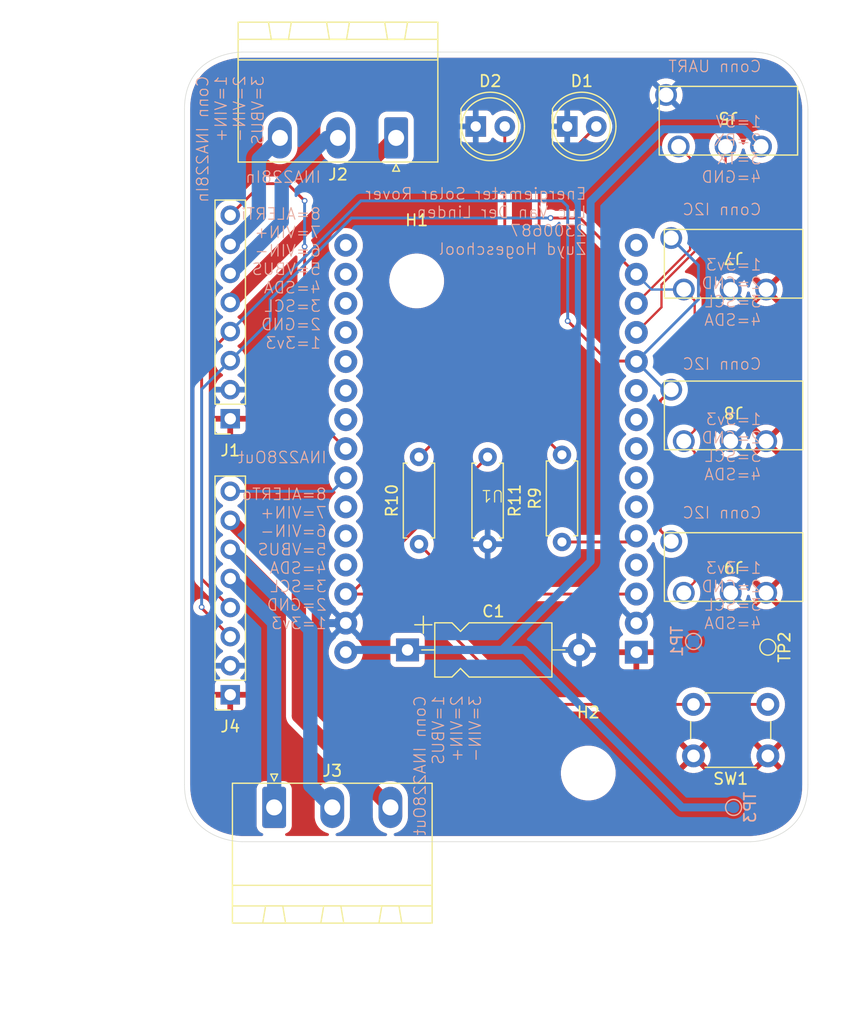
<source format=kicad_pcb>
(kicad_pcb (version 20241229) (generator "pcbnew") (generator_version "9.0")
  (layers (0 "F.Cu" signal) (2 "B.Cu" signal) (13 "F.Paste" user) (15 "B.Paste" user) (5 "F.SilkS" user "F.Silkscreen") (7 "B.SilkS" user "B.Silkscreen") (1 "F.Mask" user) (3 "B.Mask" user) (25 "Edge.Cuts" user))
  (net 0 "")
  (net 1 "5V_UART")
  (net 2 "GND")
  (net 3 "Net-(D1-A)")
  (net 4 "Net-(D2-A)")
  (net 5 "/VBUSin")
  (net 6 "3v3")
  (net 7 "ALERTin")
  (net 8 "/VIN-in")
  (net 9 "SDA")
  (net 10 "/VIN+in")
  (net 11 "SCL")
  (net 12 "ALERTout")
  (net 13 "RX")
  (net 14 "TX")
  (net 15 "LED1")
  (net 16 "LED2")
  (net 17 "Switch")
  (net 35 "/VBUSout")
  (net 36 "/VIN+out")
  (net 37 "/VIN-out")
  (footprint "Button_Switch_THT:SW_PUSH_6mm_H8mm" (layer "F.Cu") (at 151.5 120.5 180)
    (property "Reference" "SW1" (at 3.25 -2 0) (layer "F.SilkS"))
    (property "Value" "SW_Push")
    (fp_line (start 6.75 3) (end 6.75 1.5) (stroke (width 0.12)) (layer "F.SilkS"))
    (fp_line (start 5.5 -1) (end 1 -1) (stroke (width 0.12)) (layer "F.SilkS"))
    (fp_line (start 1 5.5) (end 5.5 5.5) (stroke (width 0.12)) (layer "F.SilkS"))
    (fp_line (start -0.25 1.5) (end -0.25 3) (stroke (width 0.12)) (layer "F.SilkS"))
    (pad "1" thru_hole circle (at 0 0 270) (size 2 2) (drill 1.1) (layers "*.Cu" "*.Mask") (net 6 "3v3"))
    (pad "1" thru_hole circle (at 6.5 0 270) (size 2 2) (drill 1.1) (layers "*.Cu" "*.Mask") (net 6 "3v3"))
    (pad "2" thru_hole circle (at 0 4.5 270) (size 2 2) (drill 1.1) (layers "*.Cu" "*.Mask") (net 17 "Switch"))
    (pad "2" thru_hole circle (at 6.5 4.5 270) (size 2 2) (drill 1.1) (layers "*.Cu" "*.Mask") (net 17 "Switch"))
  )
  (footprint "MySymbols:Audio jack" (layer "F.Cu") (at 148.5 77.5 180)
    (property "Reference" "J7" (at 0 0.5 180) (layer "F.SilkS"))
    (property "Value" "Conn_01x04_Pin" (hide yes))
    (fp_rect (start -6.05 -3) (end 6.05 3) (stroke (width 0.12)) (fill no) (layer "F.SilkS"))
    (pad "1" thru_hole circle (at -2.85 -2.25 180) (size 1.905 1.905) (drill 1.3) (layers "*.Cu" "*.Mask") (net 6 "3v3"))
    (pad "2" thru_hole circle (at 0.25 -2.25 180) (size 1.905 1.905) (drill 1.3) (layers "*.Cu" "*.Mask") (net 2 "GND"))
    (pad "3" thru_hole circle (at 4.35 -2.25 180) (size 1.905 1.905) (drill 1.3) (layers "*.Cu" "*.Mask") (net 11 "SCL"))
    (pad "4" thru_hole circle (at 5.45 2.25 180) (size 1.905 1.905) (drill 1.3) (layers "*.Cu" "*.Mask") (net 9 "SDA"))
  )
  (footprint "LED_THT:LED_D5.0mm" (layer "F.Cu") (at 125.96 65.5)
    (property "Reference" "D2" (at 1.27 -3.96 0) (layer "F.SilkS"))
    (property "Value" "LED")
    (fp_line (start -1.29 -1.545) (end -1.29 1.545) (stroke (width 0.12)) (layer "F.SilkS"))
    (fp_arc (start -1.29 -1.54483) (mid 2.071756 -2.880501) (end 4.26 -0.000048) (stroke (width 0.12)) (layer "F.SilkS"))
    (fp_arc (start 4.26 0.000048) (mid 2.071756 2.880501) (end -1.29 1.54483) (stroke (width 0.12)) (layer "F.SilkS"))
    (fp_circle (center 1.27 0) (end 3.77 0) (stroke (width 0.12)) (fill no) (layer "F.SilkS"))
    (pad "1" thru_hole rect (at 0 0) (size 1.8 1.8) (drill 0.9) (layers "*.Cu" "*.Mask") (net 2 "GND"))
    (pad "2" thru_hole circle (at 2.54 0) (size 1.8 1.8) (drill 0.9) (layers "*.Cu" "*.Mask") (net 4 "Net-(D2-A)"))
  )
  (footprint "MySymbols:Audio jack" (layer "F.Cu") (at 148.5 104 180)
    (property "Reference" "J9" (at 0 0 180) (layer "F.SilkS"))
    (property "Value" "Conn_01x04_Pin" (hide yes))
    (fp_rect (start -6.05 -3) (end 6.05 3) (stroke (width 0.12)) (fill no) (layer "F.SilkS"))
    (pad "1" thru_hole circle (at -2.85 -2.25 180) (size 1.905 1.905) (drill 1.3) (layers "*.Cu" "*.Mask") (net 6 "3v3"))
    (pad "2" thru_hole circle (at 0.25 -2.25 180) (size 1.905 1.905) (drill 1.3) (layers "*.Cu" "*.Mask") (net 2 "GND"))
    (pad "3" thru_hole circle (at 4.35 -2.25 180) (size 1.905 1.905) (drill 1.3) (layers "*.Cu" "*.Mask") (net 11 "SCL"))
    (pad "4" thru_hole circle (at 5.45 2.25 180) (size 1.905 1.905) (drill 1.3) (layers "*.Cu" "*.Mask") (net 9 "SDA"))
  )
  (footprint "Connector_Phoenix_MSTB:PhoenixContact_MSTBA_2,5_3-G-5,08_1x03_P5.08mm_Horizontal" (layer "F.Cu") (at 108.34 125)
    (property "Reference" "J3" (at 5.08 -3.2 0) (layer "F.SilkS"))
    (property "Value" "Conn_01x03_Socket")
    (fp_line (start -3.65 -2.11) (end -3.65 10.11) (stroke (width 0.12)) (layer "F.SilkS"))
    (fp_line (start -3.65 6.81) (end 13.81 6.81) (stroke (width 0.12)) (layer "F.SilkS"))
    (fp_line (start -3.65 8.61) (end -3.65 6.81) (stroke (width 0.12)) (layer "F.SilkS"))
    (fp_line (start -3.65 10.11) (end 13.81 10.11) (stroke (width 0.12)) (layer "F.SilkS"))
    (fp_line (start -1 10.11) (end 1 10.11) (stroke (width 0.12)) (layer "F.SilkS"))
    (fp_line (start -0.75 8.61) (end -1 10.11) (stroke (width 0.12)) (layer "F.SilkS"))
    (fp_line (start -0.3 -2.91) (end 0.3 -2.91) (stroke (width 0.12)) (layer "F.SilkS"))
    (fp_line (start 0 -2.31) (end -0.3 -2.91) (stroke (width 0.12)) (layer "F.SilkS"))
    (fp_line (start 0.3 -2.91) (end 0 -2.31) (stroke (width 0.12)) (layer "F.SilkS"))
    (fp_line (start 0.75 8.61) (end -0.75 8.61) (stroke (width 0.12)) (layer "F.SilkS"))
    (fp_line (start 1 10.11) (end 0.75 8.61) (stroke (width 0.12)) (layer "F.SilkS"))
    (fp_line (start 4.08 10.11) (end 6.08 10.11) (stroke (width 0.12)) (layer "F.SilkS"))
    (fp_line (start 4.33 8.61) (end 4.08 10.11) (stroke (width 0.12)) (layer "F.SilkS"))
    (fp_line (start 5.83 8.61) (end 4.33 8.61) (stroke (width 0.12)) (layer "F.SilkS"))
    (fp_line (start 6.08 10.11) (end 5.83 8.61) (stroke (width 0.12)) (layer "F.SilkS"))
    (fp_line (start 9.16 10.11) (end 11.16 10.11) (stroke (width 0.12)) (layer "F.SilkS"))
    (fp_line (start 9.41 8.61) (end 9.16 10.11) (stroke (width 0.12)) (layer "F.SilkS"))
    (fp_line (start 10.91 8.61) (end 9.41 8.61) (stroke (width 0.12)) (layer "F.SilkS"))
    (fp_line (start 11.16 10.11) (end 10.91 8.61) (stroke (width 0.12)) (layer "F.SilkS"))
    (fp_line (start 13.81 -2.11) (end -3.65 -2.11) (stroke (width 0.12)) (layer "F.SilkS"))
    (fp_line (start 13.81 6.81) (end 13.81 8.61) (stroke (width 0.12)) (layer "F.SilkS"))
    (fp_line (start 13.81 8.61) (end -3.65 8.61) (stroke (width 0.12)) (layer "F.SilkS"))
    (fp_line (start 13.81 10.11) (end 13.81 -2.11) (stroke (width 0.12)) (layer "F.SilkS"))
    (pad "1" thru_hole roundrect (at 0 0) (size 2.08 3.6) (drill 1.4) (layers "*.Cu" "*.Mask") (roundrect_rratio 0.120192) (net 35 "/VBUSout"))
    (pad "2" thru_hole oval (at 5.08 0) (size 2.08 3.6) (drill 1.4) (layers "*.Cu" "*.Mask") (net 37 "/VIN-out"))
    (pad "3" thru_hole oval (at 10.16 0) (size 2.08 3.6) (drill 1.4) (layers "*.Cu" "*.Mask") (net 36 "/VIN+out"))
  )
  (footprint "Connector_PinSocket_2.54mm:PinSocket_1x08_P2.54mm_Vertical" (layer "F.Cu") (at 104.5 115.16 180)
    (property "Reference" "J4" (at 0 -2.77 0) (layer "F.SilkS"))
    (property "Value" "Conn_01x08_Socket")
    (fp_line (start 1.33 1.27) (end 1.33 19.11) (stroke (width 0.12)) (layer "F.SilkS"))
    (fp_line (start 1.33 -1.33) (end 1.33 0) (stroke (width 0.12)) (layer "F.SilkS"))
    (fp_line (start 0 -1.33) (end 1.33 -1.33) (stroke (width 0.12)) (layer "F.SilkS"))
    (fp_line (start -1.33 19.11) (end 1.33 19.11) (stroke (width 0.12)) (layer "F.SilkS"))
    (fp_line (start -1.33 1.27) (end 1.33 1.27) (stroke (width 0.12)) (layer "F.SilkS"))
    (fp_line (start -1.33 1.27) (end -1.33 19.11) (stroke (width 0.12)) (layer "F.SilkS"))
    (pad "1" thru_hole rect (at 0 0 180) (size 1.7 1.7) (drill 1) (layers "*.Cu" "*.Mask") (net 6 "3v3"))
    (pad "2" thru_hole oval (at 0 2.54 180) (size 1.7 1.7) (drill 1) (layers "*.Cu" "*.Mask") (net 2 "GND"))
    (pad "3" thru_hole oval (at 0 5.08 180) (size 1.7 1.7) (drill 1) (layers "*.Cu" "*.Mask") (net 11 "SCL"))
    (pad "4" thru_hole oval (at 0 7.62 180) (size 1.7 1.7) (drill 1) (layers "*.Cu" "*.Mask") (net 9 "SDA"))
    (pad "5" thru_hole oval (at 0 10.16 180) (size 1.7 1.7) (drill 1) (layers "*.Cu" "*.Mask") (net 35 "/VBUSout"))
    (pad "6" thru_hole oval (at 0 12.7 180) (size 1.7 1.7) (drill 1) (layers "*.Cu" "*.Mask") (net 37 "/VIN-out"))
    (pad "7" thru_hole oval (at 0 15.24 180) (size 1.7 1.7) (drill 1) (layers "*.Cu" "*.Mask") (net 36 "/VIN+out"))
    (pad "8" thru_hole oval (at 0 17.78 180) (size 1.7 1.7) (drill 1) (layers "*.Cu" "*.Mask") (net 12 "ALERTout"))
  )
  (footprint "MySymbols:Audio jack" (layer "F.Cu") (at 148.5 90.75 180)
    (property "Reference" "J8" (at 0 0.25 180) (layer "F.SilkS"))
    (property "Value" "Conn_01x04_Pin" (hide yes))
    (fp_rect (start -6.05 -3) (end 6.05 3) (stroke (width 0.12)) (fill no) (layer "F.SilkS"))
    (pad "1" thru_hole circle (at -2.85 -2.25 180) (size 1.905 1.905) (drill 1.3) (layers "*.Cu" "*.Mask") (net 6 "3v3"))
    (pad "2" thru_hole circle (at 0.25 -2.25 180) (size 1.905 1.905) (drill 1.3) (layers "*.Cu" "*.Mask") (net 2 "GND"))
    (pad "3" thru_hole circle (at 4.35 -2.25 180) (size 1.905 1.905) (drill 1.3) (layers "*.Cu" "*.Mask") (net 11 "SCL"))
    (pad "4" thru_hole circle (at 5.45 2.25 180) (size 1.905 1.905) (drill 1.3) (layers "*.Cu" "*.Mask") (net 9 "SDA"))
  )
  (footprint "Resistor_THT:R_Axial_DIN0207_L6.3mm_D2.5mm_P7.62mm_Horizontal" (layer "F.Cu") (at 133.5 101.81 90)
    (property "Reference" "R9" (at 3.81 -2.37 90) (layer "F.SilkS"))
    (property "Value" "470R")
    (fp_line (start 7.08 -1.37) (end 7.08 -1.04) (stroke (width 0.12)) (layer "F.SilkS"))
    (fp_line (start 0.54 -1.37) (end 7.08 -1.37) (stroke (width 0.12)) (layer "F.SilkS"))
    (fp_line (start 0.54 -1.04) (end 0.54 -1.37) (stroke (width 0.12)) (layer "F.SilkS"))
    (fp_line (start 0.54 1.04) (end 0.54 1.37) (stroke (width 0.12)) (layer "F.SilkS"))
    (fp_line (start 7.08 1.37) (end 7.08 1.04) (stroke (width 0.12)) (layer "F.SilkS"))
    (fp_line (start 0.54 1.37) (end 7.08 1.37) (stroke (width 0.12)) (layer "F.SilkS"))
    (pad "1" thru_hole circle (at 0 0 90) (size 1.6 1.6) (drill 0.8) (layers "*.Cu" "*.Mask") (net 15 "LED1"))
    (pad "2" thru_hole oval (at 7.62 0 90) (size 1.6 1.6) (drill 0.8) (layers "*.Cu" "*.Mask") (net 3 "Net-(D1-A)"))
  )
  (footprint "Connector_PinSocket_2.54mm:PinSocket_1x08_P2.54mm_Vertical" (layer "F.Cu") (at 104.5 91.04 180)
    (property "Reference" "J1" (at 0 -2.77 0) (layer "F.SilkS"))
    (property "Value" "Conn_01x08_Socket")
    (fp_line (start 1.33 1.27) (end 1.33 19.11) (stroke (width 0.12)) (layer "F.SilkS"))
    (fp_line (start 1.33 -1.33) (end 1.33 0) (stroke (width 0.12)) (layer "F.SilkS"))
    (fp_line (start 0 -1.33) (end 1.33 -1.33) (stroke (width 0.12)) (layer "F.SilkS"))
    (fp_line (start -1.33 19.11) (end 1.33 19.11) (stroke (width 0.12)) (layer "F.SilkS"))
    (fp_line (start -1.33 1.27) (end 1.33 1.27) (stroke (width 0.12)) (layer "F.SilkS"))
    (fp_line (start -1.33 1.27) (end -1.33 19.11) (stroke (width 0.12)) (layer "F.SilkS"))
    (pad "1" thru_hole rect (at 0 0 180) (size 1.7 1.7) (drill 1) (layers "*.Cu" "*.Mask") (net 6 "3v3"))
    (pad "2" thru_hole oval (at 0 2.54 180) (size 1.7 1.7) (drill 1) (layers "*.Cu" "*.Mask") (net 2 "GND"))
    (pad "3" thru_hole oval (at 0 5.08 180) (size 1.7 1.7) (drill 1) (layers "*.Cu" "*.Mask") (net 11 "SCL"))
    (pad "4" thru_hole oval (at 0 7.62 180) (size 1.7 1.7) (drill 1) (layers "*.Cu" "*.Mask") (net 9 "SDA"))
    (pad "5" thru_hole oval (at 0 10.16 180) (size 1.7 1.7) (drill 1) (layers "*.Cu" "*.Mask") (net 5 "/VBUSin"))
    (pad "6" thru_hole oval (at 0 12.7 180) (size 1.7 1.7) (drill 1) (layers "*.Cu" "*.Mask") (net 8 "/VIN-in"))
    (pad "7" thru_hole oval (at 0 15.24 180) (size 1.7 1.7) (drill 1) (layers "*.Cu" "*.Mask") (net 10 "/VIN+in"))
    (pad "8" thru_hole oval (at 0 17.78 180) (size 1.7 1.7) (drill 1) (layers "*.Cu" "*.Mask") (net 7 "ALERTin"))
  )
  (footprint "Capacitor_THT:CP_Axial_L10.0mm_D4.5mm_P15.00mm_Horizontal" (layer "F.Cu") (at 120 111.2425)
    (property "Reference" "C1" (at 7.5 -3.37 0) (layer "F.SilkS"))
    (property "Value" "10u")
    (fp_line (start 0.63 -2.2) (end 2.13 -2.2) (stroke (width 0.12)) (layer "F.SilkS"))
    (fp_line (start 1.24 0) (end 2.38 0) (stroke (width 0.12)) (layer "F.SilkS"))
    (fp_line (start 1.38 -2.95) (end 1.38 -1.45) (stroke (width 0.12)) (layer "F.SilkS"))
    (fp_line (start 2.38 -2.37) (end 2.38 2.37) (stroke (width 0.12)) (layer "F.SilkS"))
    (fp_line (start 2.38 -2.37) (end 3.88 -2.37) (stroke (width 0.12)) (layer "F.SilkS"))
    (fp_line (start 2.38 2.37) (end 3.88 2.37) (stroke (width 0.12)) (layer "F.SilkS"))
    (fp_line (start 3.88 -2.37) (end 4.63 -1.62) (stroke (width 0.12)) (layer "F.SilkS"))
    (fp_line (start 3.88 2.37) (end 4.63 1.62) (stroke (width 0.12)) (layer "F.SilkS"))
    (fp_line (start 4.63 -1.62) (end 5.38 -2.37) (stroke (width 0.12)) (layer "F.SilkS"))
    (fp_line (start 4.63 1.62) (end 5.38 2.37) (stroke (width 0.12)) (layer "F.SilkS"))
    (fp_line (start 5.38 -2.37) (end 12.62 -2.37) (stroke (width 0.12)) (layer "F.SilkS"))
    (fp_line (start 5.38 2.37) (end 12.62 2.37) (stroke (width 0.12)) (layer "F.SilkS"))
    (fp_line (start 12.62 -2.37) (end 12.62 2.37) (stroke (width 0.12)) (layer "F.SilkS"))
    (fp_line (start 13.76 0) (end 12.62 0) (stroke (width 0.12)) (layer "F.SilkS"))
    (pad "1" thru_hole rect (at 0 0) (size 2 2) (drill 1) (layers "*.Cu" "*.Mask") (net 1 "5V_UART"))
    (pad "2" thru_hole oval (at 15 0) (size 2 2) (drill 1) (layers "*.Cu" "*.Mask") (net 2 "GND"))
  )
  (footprint "LED_THT:LED_D5.0mm" (layer "F.Cu") (at 133.96 65.5)
    (property "Reference" "D1" (at 1.27 -3.96 0) (layer "F.SilkS"))
    (property "Value" "LED")
    (fp_line (start -1.29 -1.545) (end -1.29 1.545) (stroke (width 0.12)) (layer "F.SilkS"))
    (fp_arc (start -1.29 -1.54483) (mid 2.071756 -2.880501) (end 4.26 -0.000048) (stroke (width 0.12)) (layer "F.SilkS"))
    (fp_arc (start 4.26 0.000048) (mid 2.071756 2.880501) (end -1.29 1.54483) (stroke (width 0.12)) (layer "F.SilkS"))
    (fp_circle (center 1.27 0) (end 3.77 0) (stroke (width 0.12)) (fill no) (layer "F.SilkS"))
    (pad "1" thru_hole rect (at 0 0) (size 1.8 1.8) (drill 0.9) (layers "*.Cu" "*.Mask") (net 2 "GND"))
    (pad "2" thru_hole circle (at 2.54 0) (size 1.8 1.8) (drill 0.9) (layers "*.Cu" "*.Mask") (net 3 "Net-(D1-A)"))
  )
  (footprint "MountingHole:MountingHole_4.3mm_M4" (layer "F.Cu") (at 120.8 79)
    (property "Reference" "H1" (at 0 -5.3 0) (layer "F.SilkS"))
    (property "Value" "MountingHole")
    (pad "" np_thru_hole circle (at 0 0) (size 4.3 4.3) (drill 4.3) (layers "*.Cu" "*.Mask"))
  )
  (footprint "Connector_Phoenix_MSTB:PhoenixContact_MSTBA_2,5_3-G-5,08_1x03_P5.08mm_Horizontal" (layer "F.Cu") (at 119 66.5 180)
    (property "Reference" "J2" (at 5.08 -3.2 0) (layer "F.SilkS"))
    (property "Value" "Conn_01x03_Socket")
    (fp_line (start 13.81 10.11) (end 13.81 -2.11) (stroke (width 0.12)) (layer "F.SilkS"))
    (fp_line (start 13.81 8.61) (end -3.65 8.61) (stroke (width 0.12)) (layer "F.SilkS"))
    (fp_line (start 13.81 6.81) (end 13.81 8.61) (stroke (width 0.12)) (layer "F.SilkS"))
    (fp_line (start 13.81 -2.11) (end -3.65 -2.11) (stroke (width 0.12)) (layer "F.SilkS"))
    (fp_line (start 11.16 10.11) (end 10.91 8.61) (stroke (width 0.12)) (layer "F.SilkS"))
    (fp_line (start 10.91 8.61) (end 9.41 8.61) (stroke (width 0.12)) (layer "F.SilkS"))
    (fp_line (start 9.41 8.61) (end 9.16 10.11) (stroke (width 0.12)) (layer "F.SilkS"))
    (fp_line (start 9.16 10.11) (end 11.16 10.11) (stroke (width 0.12)) (layer "F.SilkS"))
    (fp_line (start 6.08 10.11) (end 5.83 8.61) (stroke (width 0.12)) (layer "F.SilkS"))
    (fp_line (start 5.83 8.61) (end 4.33 8.61) (stroke (width 0.12)) (layer "F.SilkS"))
    (fp_line (start 4.33 8.61) (end 4.08 10.11) (stroke (width 0.12)) (layer "F.SilkS"))
    (fp_line (start 4.08 10.11) (end 6.08 10.11) (stroke (width 0.12)) (layer "F.SilkS"))
    (fp_line (start 1 10.11) (end 0.75 8.61) (stroke (width 0.12)) (layer "F.SilkS"))
    (fp_line (start 0.75 8.61) (end -0.75 8.61) (stroke (width 0.12)) (layer "F.SilkS"))
    (fp_line (start 0.3 -2.91) (end 0 -2.31) (stroke (width 0.12)) (layer "F.SilkS"))
    (fp_line (start 0 -2.31) (end -0.3 -2.91) (stroke (width 0.12)) (layer "F.SilkS"))
    (fp_line (start -0.3 -2.91) (end 0.3 -2.91) (stroke (width 0.12)) (layer "F.SilkS"))
    (fp_line (start -0.75 8.61) (end -1 10.11) (stroke (width 0.12)) (layer "F.SilkS"))
    (fp_line (start -1 10.11) (end 1 10.11) (stroke (width 0.12)) (layer "F.SilkS"))
    (fp_line (start -3.65 10.11) (end 13.81 10.11) (stroke (width 0.12)) (layer "F.SilkS"))
    (fp_line (start -3.65 8.61) (end -3.65 6.81) (stroke (width 0.12)) (layer "F.SilkS"))
    (fp_line (start -3.65 6.81) (end 13.81 6.81) (stroke (width 0.12)) (layer "F.SilkS"))
    (fp_line (start -3.65 -2.11) (end -3.65 10.11) (stroke (width 0.12)) (layer "F.SilkS"))
    (pad "1" thru_hole roundrect (at 0 0 180) (size 2.08 3.6) (drill 1.4) (layers "*.Cu" "*.Mask") (roundrect_rratio 0.120192) (net 5 "/VBUSin"))
    (pad "2" thru_hole oval (at 5.08 0 180) (size 2.08 3.6) (drill 1.4) (layers "*.Cu" "*.Mask") (net 8 "/VIN-in"))
    (pad "3" thru_hole oval (at 10.16 0 180) (size 2.08 3.6) (drill 1.4) (layers "*.Cu" "*.Mask") (net 10 "/VIN+in"))
  )
  (footprint "MySymbols:ESP32_DEVKIT_V1" (layer "F.Cu") (at 127.42 97.275 180)
    (property "Reference" "U1" (at 0 -0.5 180) (layer "F.SilkS") (effects (font (thickness 0.1))))
    (property "Value" "~")
    (pad "1" thru_hole rect (at -12.58 -14.165 180) (size 2 2) (drill 1.02) (layers "*.Cu" "*.Mask") (net 6 "3v3"))
    (pad "2" thru_hole circle (at -12.58 -11.625 180) (size 2 2) (drill 1.02) (layers "*.Cu" "*.Mask") (net 2 "GND"))
    (pad "3" thru_hole circle (at -12.58 -9.085 180) (size 2 2) (drill 1.02) (layers "*.Cu" "*.Mask") (net 16 "LED2"))
    (pad "4" thru_hole circle (at -12.58 -6.545 180) (size 2 2) (drill 1.02) (layers "*.Cu" "*.Mask"))
    (pad "5" thru_hole circle (at -12.58 -4.005 180) (size 2 2) (drill 1.02) (layers "*.Cu" "*.Mask") (net 15 "LED1"))
    (pad "6" thru_hole circle (at -12.58 -1.465 180) (size 2 2) (drill 1.02) (layers "*.Cu" "*.Mask"))
    (pad "7" thru_hole circle (at -12.58 1.075 180) (size 2 2) (drill 1.02) (layers "*.Cu" "*.Mask"))
    (pad "8" thru_hole circle (at -12.58 3.615 180) (size 2 2) (drill 1.02) (layers "*.Cu" "*.Mask"))
    (pad "9" thru_hole circle (at -12.58 6.155 180) (size 2 2) (drill 1.02) (layers "*.Cu" "*.Mask"))
    (pad "10" thru_hole circle (at -12.58 8.695 180) (size 2 2) (drill 1.02) (layers "*.Cu" "*.Mask"))
    (pad "11" thru_hole circle (at -12.58 11.235 180) (size 2 2) (drill 1.02) (layers "*.Cu" "*.Mask") (net 9 "SDA"))
    (pad "12" thru_hole circle (at -12.58 13.775 180) (size 2 2) (drill 1.02) (layers "*.Cu" "*.Mask") (net 13 "RX"))
    (pad "13" thru_hole circle (at -12.58 16.315 180) (size 2 2) (drill 1.02) (layers "*.Cu" "*.Mask") (net 14 "TX"))
    (pad "14" thru_hole circle (at -12.58 18.855 180) (size 2 2) (drill 1.02) (layers "*.Cu" "*.Mask") (net 11 "SCL"))
    (pad "15" thru_hole circle (at -12.58 21.395 180) (size 2 2) (drill 1.02) (layers "*.Cu" "*.Mask"))
    (pad "16" thru_hole circle (at 12.82 21.395 180) (size 2 2) (drill 1.02) (layers "*.Cu" "*.Mask"))
    (pad "17" thru_hole circle (at 12.82 18.855 180) (size 2 2) (drill 1.02) (layers "*.Cu" "*.Mask"))
    (pad "18" thru_hole circle (at 12.82 16.315 180) (size 2 2) (drill 1.02) (layers "*.Cu" "*.Mask"))
    (pad "19" thru_hole circle (at 12.82 13.775 180) (size 2 2) (drill 1.02) (layers "*.Cu" "*.Mask"))
    (pad "20" thru_hole circle (at 12.82 11.235 180) (size 2 2) (drill 1.02) (layers "*.Cu" "*.Mask"))
    (pad "21" thru_hole circle (at 12.82 8.695 180) (size 2 2) (drill 1.02) (layers "*.Cu" "*.Mask"))
    (pad "22" thru_hole circle (at 12.82 6.155 180) (size 2 2) (drill 1.02) (layers "*.Cu" "*.Mask"))
    (pad "23" thru_hole circle (at 12.82 3.615 180) (size 2 2) (drill 1.02) (layers "*.Cu" "*.Mask") (net 7 "ALERTin"))
    (pad "24" thru_hole circle (at 12.82 1.075 180) (size 2 2) (drill 1.02) (layers "*.Cu" "*.Mask") (net 12 "ALERTout"))
    (pad "25" thru_hole circle (at 12.82 -1.465 180) (size 2 2) (drill 1.02) (layers "*.Cu" "*.Mask"))
    (pad "26" thru_hole circle (at 12.82 -4.005 180) (size 2 2) (drill 1.02) (layers "*.Cu" "*.Mask"))
    (pad "27" thru_hole circle (at 12.82 -6.545 180) (size 2 2) (drill 1.02) (layers "*.Cu" "*.Mask"))
    (pad "28" thru_hole circle (at 12.82 -9.085 180) (size 2 2) (drill 1.02) (layers "*.Cu" "*.Mask") (net 17 "Switch"))
    (pad "29" thru_hole circle (at 12.82 -11.625 180) (size 2 2) (drill 1.02) (layers "*.Cu" "*.Mask") (net 2 "GND"))
    (pad "30" thru_hole circle (at 12.82 -14.165 180) (size 2 2) (drill 1.02) (layers "*.Cu" "*.Mask") (net 1 "5V_UART"))
  )
  (footprint "Resistor_THT:R_Axial_DIN0207_L6.3mm_D2.5mm_P7.62mm_Horizontal" (layer "F.Cu") (at 121 102 90)
    (property "Reference" "R10" (at 3.81 -2.37 90) (layer "F.SilkS"))
    (property "Value" "390R")
    (fp_line (start 7.08 -1.37) (end 7.08 -1.04) (stroke (width 0.12)) (layer "F.SilkS"))
    (fp_line (start 0.54 -1.37) (end 7.08 -1.37) (stroke (width 0.12)) (layer "F.SilkS"))
    (fp_line (start 0.54 -1.04) (end 0.54 -1.37) (stroke (width 0.12)) (layer "F.SilkS"))
    (fp_line (start 0.54 1.04) (end 0.54 1.37) (stroke (width 0.12)) (layer "F.SilkS"))
    (fp_line (start 7.08 1.37) (end 7.08 1.04) (stroke (width 0.12)) (layer "F.SilkS"))
    (fp_line (start 0.54 1.37) (end 7.08 1.37) (stroke (width 0.12)) (layer "F.SilkS"))
    (pad "1" thru_hole circle (at 0 0 90) (size 1.6 1.6) (drill 0.8) (layers "*.Cu" "*.Mask") (net 16 "LED2"))
    (pad "2" thru_hole oval (at 7.62 0 90) (size 1.6 1.6) (drill 0.8) (layers "*.Cu" "*.Mask") (net 4 "Net-(D2-A)"))
  )
  (footprint "MountingHole:MountingHole_4.3mm_M4" (layer "F.Cu") (at 135.8 122)
    (property "Reference" "H2" (at 0 -5.3 0) (layer "F.SilkS"))
    (property "Value" "MountingHole")
    (pad "" np_thru_hole circle (at 0 0) (size 4.3 4.3) (drill 4.3) (layers "*.Cu" "*.Mask"))
  )
  (footprint "MySymbols:Audio jack" (layer "F.Cu") (at 148.05 65 180)
    (property "Reference" "J5" (at 0 0.25 180) (layer "F.SilkS"))
    (property "Value" "Conn_01x04_Pin" (hide yes))
    (fp_rect (start -6.05 -3) (end 6.05 3) (stroke (width 0.12)) (fill no) (layer "F.SilkS"))
    (pad "1" thru_hole circle (at -2.85 -2.25 180) (size 1.905 1.905) (drill 1.3) (layers "*.Cu" "*.Mask") (net 1 "5V_UART"))
    (pad "2" thru_hole circle (at 0.25 -2.25 180) (size 1.905 1.905) (drill 1.3) (layers "*.Cu" "*.Mask") (net 13 "RX"))
    (pad "3" thru_hole circle (at 4.35 -2.25 180) (size 1.905 1.905) (drill 1.3) (layers "*.Cu" "*.Mask") (net 14 "TX"))
    (pad "4" thru_hole circle (at 5.45 2.25 180) (size 1.905 1.905) (drill 1.3) (layers "*.Cu" "*.Mask") (net 2 "GND"))
  )
  (footprint "Resistor_THT:R_Axial_DIN0207_L6.3mm_D2.5mm_P7.62mm_Horizontal" (layer "F.Cu") (at 127 94.38 -90)
    (property "Reference" "R11" (at 3.81 -2.37 90) (layer "F.SilkS"))
    (property "Value" "1k")
    (fp_line (start 0.54 1.37) (end 7.08 1.37) (stroke (width 0.12)) (layer "F.SilkS"))
    (fp_line (start 7.08 1.37) (end 7.08 1.04) (stroke (width 0.12)) (layer "F.SilkS"))
    (fp_line (start 0.54 1.04) (end 0.54 1.37) (stroke (width 0.12)) (layer "F.SilkS"))
    (fp_line (start 0.54 -1.04) (end 0.54 -1.37) (stroke (width 0.12)) (layer "F.SilkS"))
    (fp_line (start 0.54 -1.37) (end 7.08 -1.37) (stroke (width 0.12)) (layer "F.SilkS"))
    (fp_line (start 7.08 -1.37) (end 7.08 -1.04) (stroke (width 0.12)) (layer "F.SilkS"))
    (pad "1" thru_hole circle (at 0 0 270) (size 1.6 1.6) (drill 0.8) (layers "*.Cu" "*.Mask") (net 17 "Switch"))
    (pad "2" thru_hole oval (at 7.62 0 270) (size 1.6 1.6) (drill 0.8) (layers "*.Cu" "*.Mask") (net 2 "GND"))
  )
  (footprint "TestPoint:TestPoint_Pad_D1.0mm" (layer "F.Cu") (at 151.5 111 -90)
    (property "Reference" "TP2" (at 0 -1.448 90) (layer "F.SilkS"))
    (property "Value" "TestPoint")
    (fp_circle (center 0 0) (end 0 0.7) (stroke (width 0.12)) (fill no) (layer "F.SilkS"))
    (pad "1" smd circle (at 0 0 270) (size 1 1) (layers "F.Cu" "F.Mask") (net 6 "3v3"))
  )
  (footprint "TestPoint:TestPoint_Pad_D1.0mm" (layer "B.Cu") (at 145 110.5 -90)
    (property "Reference" "TP1" (at 0 1.448 90) (layer "B.SilkS") (effects (justify mirror)))
    (property "Value" "TestPoint")
    (fp_circle (center 0 0) (end 0 -0.7) (stroke (width 0.12)) (fill no) (layer "B.SilkS"))
    (pad "1" smd circle (at 0 0 270) (size 1 1) (layers "B.Cu" "B.Mask") (net 2 "GND"))
  )
  (footprint "TestPoint:TestPoint_Pad_D1.0mm" (layer "B.Cu") (at 148.5 125 90)
    (property "Reference" "TP3" (at 0 1.448 90) (layer "B.SilkS") (effects (justify mirror)))
    (property "Value" "TestPoint")
    (fp_circle (center 0 0) (end 0 -0.7) (stroke (width 0.12)) (fill no) (layer "B.SilkS"))
    (pad "1" smd circle (at 0 0 90) (size 1 1) (layers "B.Cu" "B.Mask") (net 1 "5V_UART"))
  )
  (gr_line (start 105.5 59) (end 150 59) (stroke (width 0.05)) (layer "Edge.Cuts"))
  (gr_curve (pts (xy 100.5 123) (xy 100.5 128) (xy 105.5 128) (xy 105.5 128)) (stroke (width 0.05)) (layer "Edge.Cuts"))
  (gr_curve (pts (xy 155 123) (xy 155 128) (xy 150 128) (xy 150 128)) (stroke (width 0.05)) (layer "Edge.Cuts"))
  (gr_curve (pts (xy 150 59) (xy 155 59) (xy 155 64) (xy 155 64)) (stroke (width 0.05)) (layer "Edge.Cuts"))
  (gr_curve (pts (xy 100.5 64) (xy 100.5 59) (xy 105.5 59) (xy 105.5 59)) (stroke (width 0.05)) (layer "Edge.Cuts"))
  (gr_line (start 100.5 123) (end 100.5 64) (stroke (width 0.05)) (layer "Edge.Cuts"))
  (gr_line (start 155 64) (end 155 123) (stroke (width 0.05)) (layer "Edge.Cuts"))
  (gr_line (start 150 128) (end 105.5 128) (stroke (width 0.05)) (layer "Edge.Cuts"))
  (gr_text "Energiemeter Solar Rover\nLuc Van Der Linden\n2300687\nZuyd Hogeschool" (at 135.7 76.8 0) (layer "B.SilkS") (effects (font (size 1 1) (thickness 0.1)) (justify left bottom mirror)))
  (gr_text "Conn I2C\n\n\n1=3v3\n2=GND\n3=SCL\n4=SDA" (at 151 109.5 0) (layer "B.SilkS") (effects (font (size 1 1) (thickness 0.1)) (justify left bottom mirror)))
  (gr_text "Conn I2C\n\n\n1=3v3\n2=GND\n3=SCL\n4=SDA" (at 151 96.5 0) (layer "B.SilkS") (effects (font (size 1 1) (thickness 0.1)) (justify left bottom mirror)))
  (gr_text "INA228Out\n\n8=ALERTo\n7=VIN+\n6=VIN-\n5=VBUS\n4=SDA\n3=SCL\n2=GND\n1=3v3" (at 113 109.5 0) (layer "B.SilkS") (effects (font (size 1 1) (thickness 0.1)) (justify left bottom mirror)))
  (gr_text "Conn INA228Out\n1=VBUS\n2=VIN+\n3=VIN-" (at 126.5 115.16 90) (layer "B.SilkS") (effects (font (size 1 1) (thickness 0.1)) (justify left bottom mirror)))
  (gr_text "Conn INA228In\n1=VIN+\n2=VIN-\n3=VBUS" (at 107.5 61 90) (layer "B.SilkS") (effects (font (size 1 1) (thickness 0.1)) (justify left bottom mirror)))
  (gr_text "INA228In\n\n8=ALERTi\n7=VIN+\n6=VIN-\n5=VBUS\n4=SDA\n3=SCL\n2=GND\n1=3v3" (at 112.5 85 0) (layer "B.SilkS") (effects (font (size 1 1) (thickness 0.1)) (justify left bottom mirror)))
  (gr_text "Conn I2C\n\n\n1=3v3\n2=GND\n3=SCL\n4=SDA" (at 151 83 0) (layer "B.SilkS") (effects (font (size 1 1) (thickness 0.1)) (justify left bottom mirror)))
  (gr_text "Conn UART\n\n\n1=5V\n2=RX\n3=TX\n4=GND" (at 151 70.5 0) (layer "B.SilkS") (effects (font (size 1 1) (thickness 0.1)) (justify left bottom mirror)))
  (segment (start 120 111.2425) (end 128.2575 111.2425) (width 0.7) (layer "B.Cu") (net 1))
  (segment (start 144 125) (end 148.5 125) (width 0.7) (layer "B.Cu") (net 1))
  (segment (start 130.2425 111.2425) (end 144 125) (width 0.7) (layer "B.Cu") (net 1))
  (segment (start 149.3965 65.7465) (end 150.9 67.25) (width 0.7) (layer "B.Cu") (net 1))
  (segment (start 120 111.2425) (end 114.7975 111.2425) (width 0.7) (layer "B.Cu") (net 1))
  (segment (start 136 72.05) (end 142.3035 65.7465) (width 0.7) (layer "B.Cu") (net 1))
  (segment (start 136 103.5) (end 136 72.05) (width 0.7) (layer "B.Cu") (net 1))
  (segment (start 130.2425 111.2425) (end 120 111.2425) (width 0.7) (layer "B.Cu") (net 1))
  (segment (start 142.3035 65.7465) (end 149.3965 65.7465) (width 0.7) (layer "B.Cu") (net 1))
  (segment (start 128.2575 111.2425) (end 136 103.5) (width 0.7) (layer "B.Cu") (net 1))
  (segment (start 114.7975 111.2425) (end 114.6 111.44) (width 0.7) (layer "B.Cu") (net 1))
  (segment (start 114.6 108.9) (end 112.6 108.9) (width 0.7) (layer "B.Cu") (net 2))
  (segment (start 133.5 94.19) (end 131.5 92.19) (width 0.25) (layer "F.Cu") (net 3))
  (segment (start 131.5 70.5) (end 136.5 65.5) (width 0.25) (layer "F.Cu") (net 3))
  (segment (start 131.5 92.19) (end 131.5 70.5) (width 0.25) (layer "F.Cu") (net 3))
  (segment (start 128.5 86.88) (end 128.5 65.5) (width 0.25) (layer "F.Cu") (net 4))
  (segment (start 121 94.38) (end 128.5 86.88) (width 0.25) (layer "F.Cu") (net 4))
  (segment (start 118.88 66.5) (end 119 66.5) (width 1) (layer "F.Cu") (net 5))
  (segment (start 104.5 80.88) (end 118.88 66.5) (width 1.25) (layer "F.Cu") (net 5))
  (segment (start 140.44 111.44) (end 140 111.44) (width 0.7) (layer "F.Cu") (net 6))
  (segment (start 111 72) (end 109.5 70.5) (width 0.25) (layer "F.Cu") (net 7))
  (segment (start 111 90.06) (end 114.6 93.66) (width 0.25) (layer "F.Cu") (net 7))
  (segment (start 109.5 70.5) (end 107.26 70.5) (width 0.25) (layer "F.Cu") (net 7))
  (segment (start 107.26 70.5) (end 104.5 73.26) (width 0.25) (layer "F.Cu") (net 7))
  (segment (start 111 76) (end 111 90.06) (width 0.25) (layer "F.Cu") (net 7))
  (via (at 111 76) (size 0.5) (drill 0.3) (layers "F.Cu" "B.Cu") (net 7))
  (via (at 111 72) (size 0.5) (drill 0.3) (layers "F.Cu" "B.Cu") (net 7))
  (segment (start 111 76) (end 111 72) (width 0.25) (layer "B.Cu") (net 7))
  (segment (start 109 70.46) (end 109 73.84) (width 1.25) (layer "B.Cu") (net 8))
  (segment (start 112.96 66.5) (end 109 70.46) (width 1.25) (layer "B.Cu") (net 8))
  (segment (start 113.92 66.5) (end 112.96 66.5) (width 1) (layer "B.Cu") (net 8))
  (segment (start 109 73.84) (end 104.5 78.34) (width 1.25) (layer "B.Cu") (net 8))
  (segment (start 113.655082 66.5) (end 113.92 66.5) (width 1) (layer "B.Cu") (net 8))
  (segment (start 139.96 86) (end 140 86.04) (width 0.25) (layer "F.Cu") (net 9))
  (segment (start 102 85.92) (end 104.5 83.42) (width 0.25) (layer "F.Cu") (net 9))
  (segment (start 143.05 88.5) (end 142.0975 89.4525) (width 0.25) (layer "F.Cu") (net 9))
  (segment (start 142.0975 89.4525) (end 142.0975 100.7975) (width 0.25) (layer "F.Cu") (net 9))
  (segment (start 104.5 107.54) (end 102 105.04) (width 0.25) (layer "F.Cu") (net 9))
  (segment (start 102 105.04) (end 102 85.92) (width 0.25) (layer "F.Cu") (net 9))
  (segment (start 134 82.5) (end 137.5 86) (width 0.25) (layer "F.Cu") (net 9))
  (segment (start 137.5 86) (end 139.96 86) (width 0.25) (layer "F.Cu") (net 9))
  (segment (start 142.0975 100.7975) (end 143.05 101.75) (width 0.25) (layer "F.Cu") (net 9))
  (via (at 134 82.5) (size 0.5) (drill 0.3) (layers "F.Cu" "B.Cu") (net 9))
  (segment (start 145.4285 77.6285) (end 143.05 75.25) (width 0.25) (layer "B.Cu") (net 9))
  (segment (start 133.5 72) (end 115.92 72) (width 0.25) (layer "B.Cu") (net 9))
  (segment (start 140 86.04) (end 145.4285 80.6115) (width 0.25) (layer "B.Cu") (net 9))
  (segment (start 142.46 88.5) (end 143.05 88.5) (width 0.25) (layer "B.Cu") (net 9))
  (segment (start 145.4285 80.6115) (end 145.4285 77.6285) (width 0.25) (layer "B.Cu") (net 9))
  (segment (start 115.92 72) (end 104.5 83.42) (width 0.25) (layer "B.Cu") (net 9))
  (segment (start 134 72.5) (end 133.5 72) (width 0.25) (layer "B.Cu") (net 9))
  (segment (start 134 82.5) (end 134 72.5) (width 0.25) (layer "B.Cu") (net 9))
  (segment (start 140 86.04) (end 142.46 88.5) (width 0.25) (layer "B.Cu") (net 9))
  (segment (start 107 73.3) (end 107 68.34) (width 1.25) (layer "B.Cu") (net 10))
  (segment (start 104.5 75.8) (end 107 73.3) (width 1.25) (layer "B.Cu") (net 10))
  (segment (start 107 68.34) (end 108.84 66.5) (width 1.25) (layer "B.Cu") (net 10))
  (segment (start 104.5 110.08) (end 102 107.58) (width 0.25) (layer "F.Cu") (net 11))
  (segment (start 140 78.15) (end 140 78.42) (width 0.2) (layer "F.Cu") (net 11))
  (segment (start 145.1025 105.2975) (end 144.15 106.25) (width 0.2) (layer "F.Cu") (net 11))
  (segment (start 144.15 79.75) (end 145.1025 80.7025) (width 0.2) (layer "F.Cu") (net 11))
  (segment (start 102 107.58) (end 102 107.5) (width 0.25) (layer "F.Cu") (net 11))
  (segment (start 145.1025 92.0475) (end 144.15 93) (width 0.2) (layer "F.Cu") (net 11))
  (segment (start 135.08 73.5) (end 140 78.42) (width 0.25) (layer "F.Cu") (net 11))
  (segment (start 145.1025 80.7025) (end 145.1025 92.0475) (width 0.2) (layer "F.Cu") (net 11))
  (segment (start 145.1025 93.9525) (end 145.1025 105.2975) (width 0.2) (layer "F.Cu") (net 11))
  (segment (start 144.15 93) (end 145.1025 93.9525) (width 0.2) (layer "F.Cu") (net 11))
  (segment (start 132.5 73.5) (end 135.08 73.5) (width 0.25) (layer "F.Cu") (net 11))
  (via (at 102 107.5) (size 0.5) (drill 0.3) (layers "F.Cu" "B.Cu") (net 11))
  (via (at 132.5 73.5) (size 0.5) (drill 0.3) (layers "F.Cu" "B.Cu") (net 11))
  (segment (start 141.33 79.75) (end 144.15 79.75) (width 0.2) (layer "B.Cu") (net 11))
  (segment (start 104.5 85.96) (end 102 88.46) (width 0.25) (layer "B.Cu") (net 11))
  (segment (start 102 88.46) (end 102 107.5) (width 0.25) (layer "B.Cu") (net 11))
  (segment (start 115.104752 73.5) (end 108 80.604752) (width 0.25) (layer "B.Cu") (net 11))
  (segment (start 108 80.604752) (end 108 82.46) (width 0.25) (layer "B.Cu") (net 11))
  (segment (start 102 107.5) (end 102 107.58) (width 0.25) (layer "B.Cu") (net 11))
  (segment (start 132.5 73.5) (end 115.104752 73.5) (width 0.25) (layer "B.Cu") (net 11))
  (segment (start 140 78.42) (end 141.33 79.75) (width 0.2) (layer "B.Cu") (net 11))
  (segment (start 108 82.46) (end 104.5 85.96) (width 0.25) (layer "B.Cu") (net 11))
  (segment (start 113.42 97.38) (end 104.5 97.38) (width 0.25) (layer "B.Cu") (net 12))
  (segment (start 114.6 96.2) (end 113.42 97.38) (width 0.25) (layer "B.Cu") (net 12))
  (segment (start 142.2 79.3271) (end 147.8 73.7271) (width 0.2) (layer "F.Cu") (net 13))
  (segment (start 147.8 73.7271) (end 147.8 67.25) (width 0.2) (layer "F.Cu") (net 13))
  (segment (start 142.2 81.3) (end 142.2 79.3271) (width 0.2) (layer "F.Cu") (net 13))
  (segment (start 140 83.5) (end 142.2 81.3) (width 0.2) (layer "F.Cu") (net 13))
  (segment (start 144.7 76.26) (end 144.7 68.25) (width 0.2) (layer "F.Cu") (net 14))
  (segment (start 144.7 68.25) (end 143.7 67.25) (width 0.2) (layer "F.Cu") (net 14))
  (segment (start 140 80.96) (end 144.7 76.26) (width 0.2) (layer "F.Cu") (net 14))
  (segment (start 144.3035 67.8535) (end 143.7 67.25) (width 0.2) (layer "B.Cu") (net 14))
  (segment (start 143.5455 67.4045) (end 143.7 67.25) (width 0.2) (layer "B.Cu") (net 14))
  (segment (start 133.5 101.81) (end 139.47 101.81) (width 0.25) (layer "F.Cu") (net 15))
  (segment (start 139.47 101.81) (end 140 101.28) (width 0.2) (layer "F.Cu") (net 15))
  (segment (start 121 102) (end 125.36 106.36) (width 0.25) (layer "F.Cu") (net 16))
  (segment (start 125.36 106.36) (end 140 106.36) (width 0.25) (layer "F.Cu") (net 16))
  (segment (start 127 94.38) (end 115.02 106.36) (width 0.25) (layer "F.Cu") (net 17))
  (segment (start 115.02 106.36) (end 114.6 106.36) (width 0.2) (layer "F.Cu") (net 17))
  (segment (start 145 116) (end 130 116) (width 0.25) (layer "F.Cu") (net 17))
  (segment (start 151.5 116) (end 145 116) (width 0.25) (layer "F.Cu") (net 17))
  (segment (start 120.36 106.36) (end 115.02 106.36) (width 0.25) (layer "F.Cu") (net 17))
  (segment (start 130 116) (end 120.36 106.36) (width 0.25) (layer "F.Cu") (net 17))
  (segment (start 104.5 105.5) (end 104.5 105) (width 0.7) (layer "F.Cu") (net 35))
  (segment (start 108.34 108.84) (end 108.34 125) (width 1.25) (layer "B.Cu") (net 35))
  (segment (start 104.5 105) (end 108.34 108.84) (width 1.25) (layer "B.Cu") (net 35))
  (segment (start 110.5 105.92) (end 110.5 117) (width 1.25) (layer "F.Cu") (net 36))
  (segment (start 110.5 117) (end 118.5 125) (width 1.25) (layer "F.Cu") (net 36))
  (segment (start 104.5 99.92) (end 110.5 105.92) (width 1.25) (layer "F.Cu") (net 36))
  (segment (start 111.5 109.46) (end 111.5 123.08) (width 1.25) (layer "B.Cu") (net 37))
  (segment (start 104.5 102.46) (end 111.5 109.46) (width 1.25) (layer "B.Cu") (net 37))
  (segment (start 111.5 123.08) (end 113.42 125) (width 1.25) (layer "B.Cu") (net 37))
  (zone (net 6) (net_name "3v3") (layer "F.Cu") (connect_pads (clearance 0.5)) (min_thickness 0.25) (fill yes (thermal_gap 0.5) (thermal_bridge_width 0.5))
    (polygon (pts (xy 100.5 128) (xy 100.5 59) (xy 155 59) (xy 155 128)))
  )
  (zone (net 2) (net_name "GND") (layer "B.Cu") (priority 1) (connect_pads (clearance 0.5)) (min_thickness 0.25) (fill yes (thermal_gap 0.5) (thermal_bridge_width 0.5))
    (polygon (pts (xy 100.5 59) (xy 155 59) (xy 155 128) (xy 100.5 128)))
  )
)
</source>
